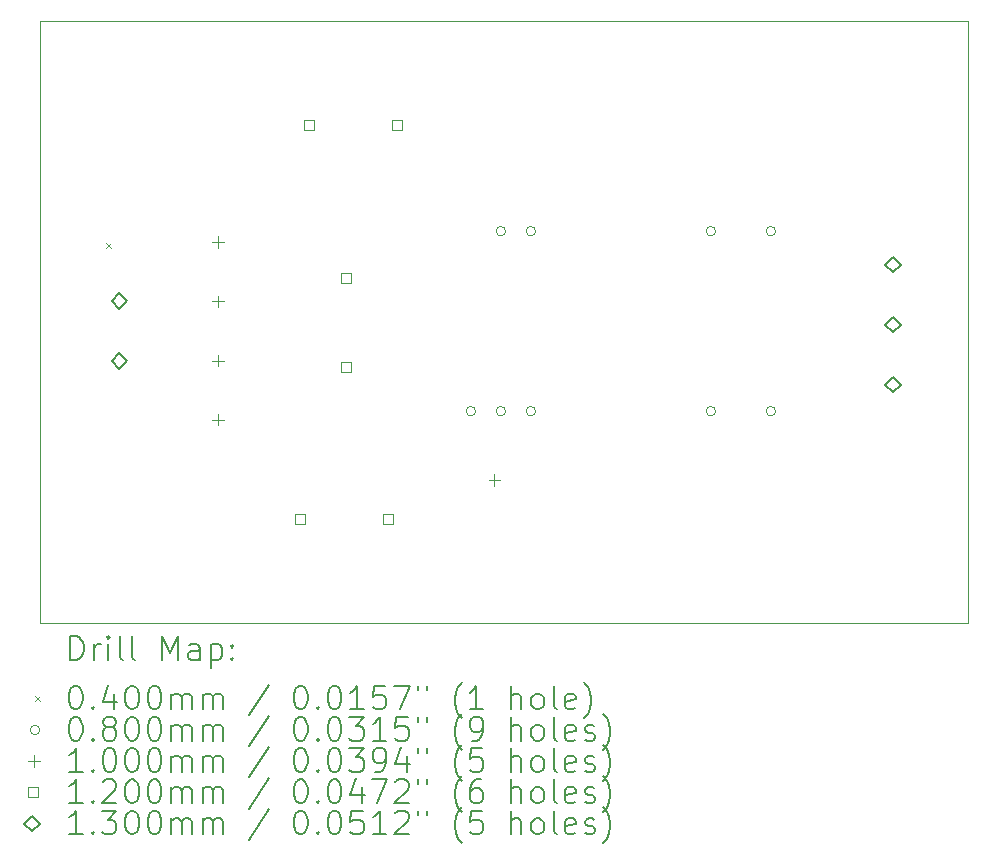
<source format=gbr>
%FSLAX45Y45*%
G04 Gerber Fmt 4.5, Leading zero omitted, Abs format (unit mm)*
G04 Created by KiCad (PCBNEW (6.0.6)) date 2022-08-27 12:41:10*
%MOMM*%
%LPD*%
G01*
G04 APERTURE LIST*
%TA.AperFunction,Profile*%
%ADD10C,0.100000*%
%TD*%
%ADD11C,0.200000*%
%ADD12C,0.040000*%
%ADD13C,0.080000*%
%ADD14C,0.100000*%
%ADD15C,0.120000*%
%ADD16C,0.130000*%
G04 APERTURE END LIST*
D10*
X14960000Y-1235000D02*
X15035000Y-1235000D01*
X15035000Y-6330000D02*
X15035000Y-1235000D01*
X7180000Y-1235000D02*
X14960000Y-1235000D01*
X7180000Y-6330000D02*
X7180000Y-1235000D01*
X7180000Y-6330000D02*
X15035000Y-6330000D01*
D11*
D12*
X7740000Y-3120000D02*
X7780000Y-3160000D01*
X7780000Y-3120000D02*
X7740000Y-3160000D01*
D13*
X10865000Y-4540000D02*
G75*
G03*
X10865000Y-4540000I-40000J0D01*
G01*
X11119000Y-3016000D02*
G75*
G03*
X11119000Y-3016000I-40000J0D01*
G01*
X11119000Y-4540000D02*
G75*
G03*
X11119000Y-4540000I-40000J0D01*
G01*
X11373000Y-3016000D02*
G75*
G03*
X11373000Y-3016000I-40000J0D01*
G01*
X11373000Y-4540000D02*
G75*
G03*
X11373000Y-4540000I-40000J0D01*
G01*
X12897000Y-3016000D02*
G75*
G03*
X12897000Y-3016000I-40000J0D01*
G01*
X12897000Y-4540000D02*
G75*
G03*
X12897000Y-4540000I-40000J0D01*
G01*
X13405000Y-3016000D02*
G75*
G03*
X13405000Y-3016000I-40000J0D01*
G01*
X13405000Y-4540000D02*
G75*
G03*
X13405000Y-4540000I-40000J0D01*
G01*
D14*
X8686750Y-3060750D02*
X8686750Y-3160750D01*
X8636750Y-3110750D02*
X8736750Y-3110750D01*
X8686750Y-3560750D02*
X8686750Y-3660750D01*
X8636750Y-3610750D02*
X8736750Y-3610750D01*
X8686750Y-4060750D02*
X8686750Y-4160750D01*
X8636750Y-4110750D02*
X8736750Y-4110750D01*
X8686750Y-4560750D02*
X8686750Y-4660750D01*
X8636750Y-4610750D02*
X8736750Y-4610750D01*
X11025000Y-5075000D02*
X11025000Y-5175000D01*
X10975000Y-5125000D02*
X11075000Y-5125000D01*
D15*
X9417427Y-5497427D02*
X9417427Y-5412573D01*
X9332573Y-5412573D01*
X9332573Y-5497427D01*
X9417427Y-5497427D01*
X9496151Y-2162427D02*
X9496151Y-2077573D01*
X9411298Y-2077573D01*
X9411298Y-2162427D01*
X9496151Y-2162427D01*
X9812427Y-3456151D02*
X9812427Y-3371298D01*
X9727573Y-3371298D01*
X9727573Y-3456151D01*
X9812427Y-3456151D01*
X9812427Y-4206151D02*
X9812427Y-4121298D01*
X9727573Y-4121298D01*
X9727573Y-4206151D01*
X9812427Y-4206151D01*
X10167427Y-5497427D02*
X10167427Y-5412573D01*
X10082573Y-5412573D01*
X10082573Y-5497427D01*
X10167427Y-5497427D01*
X10246151Y-2162427D02*
X10246151Y-2077573D01*
X10161298Y-2077573D01*
X10161298Y-2162427D01*
X10246151Y-2162427D01*
D16*
X7849500Y-3670500D02*
X7914500Y-3605500D01*
X7849500Y-3540500D01*
X7784500Y-3605500D01*
X7849500Y-3670500D01*
X7849500Y-4178500D02*
X7914500Y-4113500D01*
X7849500Y-4048500D01*
X7784500Y-4113500D01*
X7849500Y-4178500D01*
X14400000Y-3365000D02*
X14465000Y-3300000D01*
X14400000Y-3235000D01*
X14335000Y-3300000D01*
X14400000Y-3365000D01*
X14400000Y-3873000D02*
X14465000Y-3808000D01*
X14400000Y-3743000D01*
X14335000Y-3808000D01*
X14400000Y-3873000D01*
X14400000Y-4381000D02*
X14465000Y-4316000D01*
X14400000Y-4251000D01*
X14335000Y-4316000D01*
X14400000Y-4381000D01*
D11*
X7432619Y-6645476D02*
X7432619Y-6445476D01*
X7480238Y-6445476D01*
X7508809Y-6455000D01*
X7527857Y-6474048D01*
X7537381Y-6493095D01*
X7546905Y-6531190D01*
X7546905Y-6559762D01*
X7537381Y-6597857D01*
X7527857Y-6616905D01*
X7508809Y-6635952D01*
X7480238Y-6645476D01*
X7432619Y-6645476D01*
X7632619Y-6645476D02*
X7632619Y-6512143D01*
X7632619Y-6550238D02*
X7642143Y-6531190D01*
X7651667Y-6521667D01*
X7670714Y-6512143D01*
X7689762Y-6512143D01*
X7756428Y-6645476D02*
X7756428Y-6512143D01*
X7756428Y-6445476D02*
X7746905Y-6455000D01*
X7756428Y-6464524D01*
X7765952Y-6455000D01*
X7756428Y-6445476D01*
X7756428Y-6464524D01*
X7880238Y-6645476D02*
X7861190Y-6635952D01*
X7851667Y-6616905D01*
X7851667Y-6445476D01*
X7985000Y-6645476D02*
X7965952Y-6635952D01*
X7956428Y-6616905D01*
X7956428Y-6445476D01*
X8213571Y-6645476D02*
X8213571Y-6445476D01*
X8280238Y-6588333D01*
X8346905Y-6445476D01*
X8346905Y-6645476D01*
X8527857Y-6645476D02*
X8527857Y-6540714D01*
X8518333Y-6521667D01*
X8499286Y-6512143D01*
X8461190Y-6512143D01*
X8442143Y-6521667D01*
X8527857Y-6635952D02*
X8508810Y-6645476D01*
X8461190Y-6645476D01*
X8442143Y-6635952D01*
X8432619Y-6616905D01*
X8432619Y-6597857D01*
X8442143Y-6578809D01*
X8461190Y-6569286D01*
X8508810Y-6569286D01*
X8527857Y-6559762D01*
X8623095Y-6512143D02*
X8623095Y-6712143D01*
X8623095Y-6521667D02*
X8642143Y-6512143D01*
X8680238Y-6512143D01*
X8699286Y-6521667D01*
X8708810Y-6531190D01*
X8718333Y-6550238D01*
X8718333Y-6607381D01*
X8708810Y-6626428D01*
X8699286Y-6635952D01*
X8680238Y-6645476D01*
X8642143Y-6645476D01*
X8623095Y-6635952D01*
X8804048Y-6626428D02*
X8813571Y-6635952D01*
X8804048Y-6645476D01*
X8794524Y-6635952D01*
X8804048Y-6626428D01*
X8804048Y-6645476D01*
X8804048Y-6521667D02*
X8813571Y-6531190D01*
X8804048Y-6540714D01*
X8794524Y-6531190D01*
X8804048Y-6521667D01*
X8804048Y-6540714D01*
D12*
X7135000Y-6955000D02*
X7175000Y-6995000D01*
X7175000Y-6955000D02*
X7135000Y-6995000D01*
D11*
X7470714Y-6865476D02*
X7489762Y-6865476D01*
X7508809Y-6875000D01*
X7518333Y-6884524D01*
X7527857Y-6903571D01*
X7537381Y-6941667D01*
X7537381Y-6989286D01*
X7527857Y-7027381D01*
X7518333Y-7046428D01*
X7508809Y-7055952D01*
X7489762Y-7065476D01*
X7470714Y-7065476D01*
X7451667Y-7055952D01*
X7442143Y-7046428D01*
X7432619Y-7027381D01*
X7423095Y-6989286D01*
X7423095Y-6941667D01*
X7432619Y-6903571D01*
X7442143Y-6884524D01*
X7451667Y-6875000D01*
X7470714Y-6865476D01*
X7623095Y-7046428D02*
X7632619Y-7055952D01*
X7623095Y-7065476D01*
X7613571Y-7055952D01*
X7623095Y-7046428D01*
X7623095Y-7065476D01*
X7804048Y-6932143D02*
X7804048Y-7065476D01*
X7756428Y-6855952D02*
X7708809Y-6998809D01*
X7832619Y-6998809D01*
X7946905Y-6865476D02*
X7965952Y-6865476D01*
X7985000Y-6875000D01*
X7994524Y-6884524D01*
X8004048Y-6903571D01*
X8013571Y-6941667D01*
X8013571Y-6989286D01*
X8004048Y-7027381D01*
X7994524Y-7046428D01*
X7985000Y-7055952D01*
X7965952Y-7065476D01*
X7946905Y-7065476D01*
X7927857Y-7055952D01*
X7918333Y-7046428D01*
X7908809Y-7027381D01*
X7899286Y-6989286D01*
X7899286Y-6941667D01*
X7908809Y-6903571D01*
X7918333Y-6884524D01*
X7927857Y-6875000D01*
X7946905Y-6865476D01*
X8137381Y-6865476D02*
X8156428Y-6865476D01*
X8175476Y-6875000D01*
X8185000Y-6884524D01*
X8194524Y-6903571D01*
X8204048Y-6941667D01*
X8204048Y-6989286D01*
X8194524Y-7027381D01*
X8185000Y-7046428D01*
X8175476Y-7055952D01*
X8156428Y-7065476D01*
X8137381Y-7065476D01*
X8118333Y-7055952D01*
X8108809Y-7046428D01*
X8099286Y-7027381D01*
X8089762Y-6989286D01*
X8089762Y-6941667D01*
X8099286Y-6903571D01*
X8108809Y-6884524D01*
X8118333Y-6875000D01*
X8137381Y-6865476D01*
X8289762Y-7065476D02*
X8289762Y-6932143D01*
X8289762Y-6951190D02*
X8299286Y-6941667D01*
X8318333Y-6932143D01*
X8346905Y-6932143D01*
X8365952Y-6941667D01*
X8375476Y-6960714D01*
X8375476Y-7065476D01*
X8375476Y-6960714D02*
X8385000Y-6941667D01*
X8404048Y-6932143D01*
X8432619Y-6932143D01*
X8451667Y-6941667D01*
X8461190Y-6960714D01*
X8461190Y-7065476D01*
X8556429Y-7065476D02*
X8556429Y-6932143D01*
X8556429Y-6951190D02*
X8565952Y-6941667D01*
X8585000Y-6932143D01*
X8613571Y-6932143D01*
X8632619Y-6941667D01*
X8642143Y-6960714D01*
X8642143Y-7065476D01*
X8642143Y-6960714D02*
X8651667Y-6941667D01*
X8670714Y-6932143D01*
X8699286Y-6932143D01*
X8718333Y-6941667D01*
X8727857Y-6960714D01*
X8727857Y-7065476D01*
X9118333Y-6855952D02*
X8946905Y-7113095D01*
X9375476Y-6865476D02*
X9394524Y-6865476D01*
X9413571Y-6875000D01*
X9423095Y-6884524D01*
X9432619Y-6903571D01*
X9442143Y-6941667D01*
X9442143Y-6989286D01*
X9432619Y-7027381D01*
X9423095Y-7046428D01*
X9413571Y-7055952D01*
X9394524Y-7065476D01*
X9375476Y-7065476D01*
X9356429Y-7055952D01*
X9346905Y-7046428D01*
X9337381Y-7027381D01*
X9327857Y-6989286D01*
X9327857Y-6941667D01*
X9337381Y-6903571D01*
X9346905Y-6884524D01*
X9356429Y-6875000D01*
X9375476Y-6865476D01*
X9527857Y-7046428D02*
X9537381Y-7055952D01*
X9527857Y-7065476D01*
X9518333Y-7055952D01*
X9527857Y-7046428D01*
X9527857Y-7065476D01*
X9661190Y-6865476D02*
X9680238Y-6865476D01*
X9699286Y-6875000D01*
X9708810Y-6884524D01*
X9718333Y-6903571D01*
X9727857Y-6941667D01*
X9727857Y-6989286D01*
X9718333Y-7027381D01*
X9708810Y-7046428D01*
X9699286Y-7055952D01*
X9680238Y-7065476D01*
X9661190Y-7065476D01*
X9642143Y-7055952D01*
X9632619Y-7046428D01*
X9623095Y-7027381D01*
X9613571Y-6989286D01*
X9613571Y-6941667D01*
X9623095Y-6903571D01*
X9632619Y-6884524D01*
X9642143Y-6875000D01*
X9661190Y-6865476D01*
X9918333Y-7065476D02*
X9804048Y-7065476D01*
X9861190Y-7065476D02*
X9861190Y-6865476D01*
X9842143Y-6894048D01*
X9823095Y-6913095D01*
X9804048Y-6922619D01*
X10099286Y-6865476D02*
X10004048Y-6865476D01*
X9994524Y-6960714D01*
X10004048Y-6951190D01*
X10023095Y-6941667D01*
X10070714Y-6941667D01*
X10089762Y-6951190D01*
X10099286Y-6960714D01*
X10108810Y-6979762D01*
X10108810Y-7027381D01*
X10099286Y-7046428D01*
X10089762Y-7055952D01*
X10070714Y-7065476D01*
X10023095Y-7065476D01*
X10004048Y-7055952D01*
X9994524Y-7046428D01*
X10175476Y-6865476D02*
X10308810Y-6865476D01*
X10223095Y-7065476D01*
X10375476Y-6865476D02*
X10375476Y-6903571D01*
X10451667Y-6865476D02*
X10451667Y-6903571D01*
X10746905Y-7141667D02*
X10737381Y-7132143D01*
X10718333Y-7103571D01*
X10708810Y-7084524D01*
X10699286Y-7055952D01*
X10689762Y-7008333D01*
X10689762Y-6970238D01*
X10699286Y-6922619D01*
X10708810Y-6894048D01*
X10718333Y-6875000D01*
X10737381Y-6846428D01*
X10746905Y-6836905D01*
X10927857Y-7065476D02*
X10813571Y-7065476D01*
X10870714Y-7065476D02*
X10870714Y-6865476D01*
X10851667Y-6894048D01*
X10832619Y-6913095D01*
X10813571Y-6922619D01*
X11165952Y-7065476D02*
X11165952Y-6865476D01*
X11251667Y-7065476D02*
X11251667Y-6960714D01*
X11242143Y-6941667D01*
X11223095Y-6932143D01*
X11194524Y-6932143D01*
X11175476Y-6941667D01*
X11165952Y-6951190D01*
X11375476Y-7065476D02*
X11356428Y-7055952D01*
X11346905Y-7046428D01*
X11337381Y-7027381D01*
X11337381Y-6970238D01*
X11346905Y-6951190D01*
X11356428Y-6941667D01*
X11375476Y-6932143D01*
X11404048Y-6932143D01*
X11423095Y-6941667D01*
X11432619Y-6951190D01*
X11442143Y-6970238D01*
X11442143Y-7027381D01*
X11432619Y-7046428D01*
X11423095Y-7055952D01*
X11404048Y-7065476D01*
X11375476Y-7065476D01*
X11556428Y-7065476D02*
X11537381Y-7055952D01*
X11527857Y-7036905D01*
X11527857Y-6865476D01*
X11708809Y-7055952D02*
X11689762Y-7065476D01*
X11651667Y-7065476D01*
X11632619Y-7055952D01*
X11623095Y-7036905D01*
X11623095Y-6960714D01*
X11632619Y-6941667D01*
X11651667Y-6932143D01*
X11689762Y-6932143D01*
X11708809Y-6941667D01*
X11718333Y-6960714D01*
X11718333Y-6979762D01*
X11623095Y-6998809D01*
X11785000Y-7141667D02*
X11794524Y-7132143D01*
X11813571Y-7103571D01*
X11823095Y-7084524D01*
X11832619Y-7055952D01*
X11842143Y-7008333D01*
X11842143Y-6970238D01*
X11832619Y-6922619D01*
X11823095Y-6894048D01*
X11813571Y-6875000D01*
X11794524Y-6846428D01*
X11785000Y-6836905D01*
D13*
X7175000Y-7239000D02*
G75*
G03*
X7175000Y-7239000I-40000J0D01*
G01*
D11*
X7470714Y-7129476D02*
X7489762Y-7129476D01*
X7508809Y-7139000D01*
X7518333Y-7148524D01*
X7527857Y-7167571D01*
X7537381Y-7205667D01*
X7537381Y-7253286D01*
X7527857Y-7291381D01*
X7518333Y-7310428D01*
X7508809Y-7319952D01*
X7489762Y-7329476D01*
X7470714Y-7329476D01*
X7451667Y-7319952D01*
X7442143Y-7310428D01*
X7432619Y-7291381D01*
X7423095Y-7253286D01*
X7423095Y-7205667D01*
X7432619Y-7167571D01*
X7442143Y-7148524D01*
X7451667Y-7139000D01*
X7470714Y-7129476D01*
X7623095Y-7310428D02*
X7632619Y-7319952D01*
X7623095Y-7329476D01*
X7613571Y-7319952D01*
X7623095Y-7310428D01*
X7623095Y-7329476D01*
X7746905Y-7215190D02*
X7727857Y-7205667D01*
X7718333Y-7196143D01*
X7708809Y-7177095D01*
X7708809Y-7167571D01*
X7718333Y-7148524D01*
X7727857Y-7139000D01*
X7746905Y-7129476D01*
X7785000Y-7129476D01*
X7804048Y-7139000D01*
X7813571Y-7148524D01*
X7823095Y-7167571D01*
X7823095Y-7177095D01*
X7813571Y-7196143D01*
X7804048Y-7205667D01*
X7785000Y-7215190D01*
X7746905Y-7215190D01*
X7727857Y-7224714D01*
X7718333Y-7234238D01*
X7708809Y-7253286D01*
X7708809Y-7291381D01*
X7718333Y-7310428D01*
X7727857Y-7319952D01*
X7746905Y-7329476D01*
X7785000Y-7329476D01*
X7804048Y-7319952D01*
X7813571Y-7310428D01*
X7823095Y-7291381D01*
X7823095Y-7253286D01*
X7813571Y-7234238D01*
X7804048Y-7224714D01*
X7785000Y-7215190D01*
X7946905Y-7129476D02*
X7965952Y-7129476D01*
X7985000Y-7139000D01*
X7994524Y-7148524D01*
X8004048Y-7167571D01*
X8013571Y-7205667D01*
X8013571Y-7253286D01*
X8004048Y-7291381D01*
X7994524Y-7310428D01*
X7985000Y-7319952D01*
X7965952Y-7329476D01*
X7946905Y-7329476D01*
X7927857Y-7319952D01*
X7918333Y-7310428D01*
X7908809Y-7291381D01*
X7899286Y-7253286D01*
X7899286Y-7205667D01*
X7908809Y-7167571D01*
X7918333Y-7148524D01*
X7927857Y-7139000D01*
X7946905Y-7129476D01*
X8137381Y-7129476D02*
X8156428Y-7129476D01*
X8175476Y-7139000D01*
X8185000Y-7148524D01*
X8194524Y-7167571D01*
X8204048Y-7205667D01*
X8204048Y-7253286D01*
X8194524Y-7291381D01*
X8185000Y-7310428D01*
X8175476Y-7319952D01*
X8156428Y-7329476D01*
X8137381Y-7329476D01*
X8118333Y-7319952D01*
X8108809Y-7310428D01*
X8099286Y-7291381D01*
X8089762Y-7253286D01*
X8089762Y-7205667D01*
X8099286Y-7167571D01*
X8108809Y-7148524D01*
X8118333Y-7139000D01*
X8137381Y-7129476D01*
X8289762Y-7329476D02*
X8289762Y-7196143D01*
X8289762Y-7215190D02*
X8299286Y-7205667D01*
X8318333Y-7196143D01*
X8346905Y-7196143D01*
X8365952Y-7205667D01*
X8375476Y-7224714D01*
X8375476Y-7329476D01*
X8375476Y-7224714D02*
X8385000Y-7205667D01*
X8404048Y-7196143D01*
X8432619Y-7196143D01*
X8451667Y-7205667D01*
X8461190Y-7224714D01*
X8461190Y-7329476D01*
X8556429Y-7329476D02*
X8556429Y-7196143D01*
X8556429Y-7215190D02*
X8565952Y-7205667D01*
X8585000Y-7196143D01*
X8613571Y-7196143D01*
X8632619Y-7205667D01*
X8642143Y-7224714D01*
X8642143Y-7329476D01*
X8642143Y-7224714D02*
X8651667Y-7205667D01*
X8670714Y-7196143D01*
X8699286Y-7196143D01*
X8718333Y-7205667D01*
X8727857Y-7224714D01*
X8727857Y-7329476D01*
X9118333Y-7119952D02*
X8946905Y-7377095D01*
X9375476Y-7129476D02*
X9394524Y-7129476D01*
X9413571Y-7139000D01*
X9423095Y-7148524D01*
X9432619Y-7167571D01*
X9442143Y-7205667D01*
X9442143Y-7253286D01*
X9432619Y-7291381D01*
X9423095Y-7310428D01*
X9413571Y-7319952D01*
X9394524Y-7329476D01*
X9375476Y-7329476D01*
X9356429Y-7319952D01*
X9346905Y-7310428D01*
X9337381Y-7291381D01*
X9327857Y-7253286D01*
X9327857Y-7205667D01*
X9337381Y-7167571D01*
X9346905Y-7148524D01*
X9356429Y-7139000D01*
X9375476Y-7129476D01*
X9527857Y-7310428D02*
X9537381Y-7319952D01*
X9527857Y-7329476D01*
X9518333Y-7319952D01*
X9527857Y-7310428D01*
X9527857Y-7329476D01*
X9661190Y-7129476D02*
X9680238Y-7129476D01*
X9699286Y-7139000D01*
X9708810Y-7148524D01*
X9718333Y-7167571D01*
X9727857Y-7205667D01*
X9727857Y-7253286D01*
X9718333Y-7291381D01*
X9708810Y-7310428D01*
X9699286Y-7319952D01*
X9680238Y-7329476D01*
X9661190Y-7329476D01*
X9642143Y-7319952D01*
X9632619Y-7310428D01*
X9623095Y-7291381D01*
X9613571Y-7253286D01*
X9613571Y-7205667D01*
X9623095Y-7167571D01*
X9632619Y-7148524D01*
X9642143Y-7139000D01*
X9661190Y-7129476D01*
X9794524Y-7129476D02*
X9918333Y-7129476D01*
X9851667Y-7205667D01*
X9880238Y-7205667D01*
X9899286Y-7215190D01*
X9908810Y-7224714D01*
X9918333Y-7243762D01*
X9918333Y-7291381D01*
X9908810Y-7310428D01*
X9899286Y-7319952D01*
X9880238Y-7329476D01*
X9823095Y-7329476D01*
X9804048Y-7319952D01*
X9794524Y-7310428D01*
X10108810Y-7329476D02*
X9994524Y-7329476D01*
X10051667Y-7329476D02*
X10051667Y-7129476D01*
X10032619Y-7158048D01*
X10013571Y-7177095D01*
X9994524Y-7186619D01*
X10289762Y-7129476D02*
X10194524Y-7129476D01*
X10185000Y-7224714D01*
X10194524Y-7215190D01*
X10213571Y-7205667D01*
X10261190Y-7205667D01*
X10280238Y-7215190D01*
X10289762Y-7224714D01*
X10299286Y-7243762D01*
X10299286Y-7291381D01*
X10289762Y-7310428D01*
X10280238Y-7319952D01*
X10261190Y-7329476D01*
X10213571Y-7329476D01*
X10194524Y-7319952D01*
X10185000Y-7310428D01*
X10375476Y-7129476D02*
X10375476Y-7167571D01*
X10451667Y-7129476D02*
X10451667Y-7167571D01*
X10746905Y-7405667D02*
X10737381Y-7396143D01*
X10718333Y-7367571D01*
X10708810Y-7348524D01*
X10699286Y-7319952D01*
X10689762Y-7272333D01*
X10689762Y-7234238D01*
X10699286Y-7186619D01*
X10708810Y-7158048D01*
X10718333Y-7139000D01*
X10737381Y-7110428D01*
X10746905Y-7100905D01*
X10832619Y-7329476D02*
X10870714Y-7329476D01*
X10889762Y-7319952D01*
X10899286Y-7310428D01*
X10918333Y-7281857D01*
X10927857Y-7243762D01*
X10927857Y-7167571D01*
X10918333Y-7148524D01*
X10908810Y-7139000D01*
X10889762Y-7129476D01*
X10851667Y-7129476D01*
X10832619Y-7139000D01*
X10823095Y-7148524D01*
X10813571Y-7167571D01*
X10813571Y-7215190D01*
X10823095Y-7234238D01*
X10832619Y-7243762D01*
X10851667Y-7253286D01*
X10889762Y-7253286D01*
X10908810Y-7243762D01*
X10918333Y-7234238D01*
X10927857Y-7215190D01*
X11165952Y-7329476D02*
X11165952Y-7129476D01*
X11251667Y-7329476D02*
X11251667Y-7224714D01*
X11242143Y-7205667D01*
X11223095Y-7196143D01*
X11194524Y-7196143D01*
X11175476Y-7205667D01*
X11165952Y-7215190D01*
X11375476Y-7329476D02*
X11356428Y-7319952D01*
X11346905Y-7310428D01*
X11337381Y-7291381D01*
X11337381Y-7234238D01*
X11346905Y-7215190D01*
X11356428Y-7205667D01*
X11375476Y-7196143D01*
X11404048Y-7196143D01*
X11423095Y-7205667D01*
X11432619Y-7215190D01*
X11442143Y-7234238D01*
X11442143Y-7291381D01*
X11432619Y-7310428D01*
X11423095Y-7319952D01*
X11404048Y-7329476D01*
X11375476Y-7329476D01*
X11556428Y-7329476D02*
X11537381Y-7319952D01*
X11527857Y-7300905D01*
X11527857Y-7129476D01*
X11708809Y-7319952D02*
X11689762Y-7329476D01*
X11651667Y-7329476D01*
X11632619Y-7319952D01*
X11623095Y-7300905D01*
X11623095Y-7224714D01*
X11632619Y-7205667D01*
X11651667Y-7196143D01*
X11689762Y-7196143D01*
X11708809Y-7205667D01*
X11718333Y-7224714D01*
X11718333Y-7243762D01*
X11623095Y-7262809D01*
X11794524Y-7319952D02*
X11813571Y-7329476D01*
X11851667Y-7329476D01*
X11870714Y-7319952D01*
X11880238Y-7300905D01*
X11880238Y-7291381D01*
X11870714Y-7272333D01*
X11851667Y-7262809D01*
X11823095Y-7262809D01*
X11804048Y-7253286D01*
X11794524Y-7234238D01*
X11794524Y-7224714D01*
X11804048Y-7205667D01*
X11823095Y-7196143D01*
X11851667Y-7196143D01*
X11870714Y-7205667D01*
X11946905Y-7405667D02*
X11956428Y-7396143D01*
X11975476Y-7367571D01*
X11985000Y-7348524D01*
X11994524Y-7319952D01*
X12004048Y-7272333D01*
X12004048Y-7234238D01*
X11994524Y-7186619D01*
X11985000Y-7158048D01*
X11975476Y-7139000D01*
X11956428Y-7110428D01*
X11946905Y-7100905D01*
D14*
X7125000Y-7453000D02*
X7125000Y-7553000D01*
X7075000Y-7503000D02*
X7175000Y-7503000D01*
D11*
X7537381Y-7593476D02*
X7423095Y-7593476D01*
X7480238Y-7593476D02*
X7480238Y-7393476D01*
X7461190Y-7422048D01*
X7442143Y-7441095D01*
X7423095Y-7450619D01*
X7623095Y-7574428D02*
X7632619Y-7583952D01*
X7623095Y-7593476D01*
X7613571Y-7583952D01*
X7623095Y-7574428D01*
X7623095Y-7593476D01*
X7756428Y-7393476D02*
X7775476Y-7393476D01*
X7794524Y-7403000D01*
X7804048Y-7412524D01*
X7813571Y-7431571D01*
X7823095Y-7469667D01*
X7823095Y-7517286D01*
X7813571Y-7555381D01*
X7804048Y-7574428D01*
X7794524Y-7583952D01*
X7775476Y-7593476D01*
X7756428Y-7593476D01*
X7737381Y-7583952D01*
X7727857Y-7574428D01*
X7718333Y-7555381D01*
X7708809Y-7517286D01*
X7708809Y-7469667D01*
X7718333Y-7431571D01*
X7727857Y-7412524D01*
X7737381Y-7403000D01*
X7756428Y-7393476D01*
X7946905Y-7393476D02*
X7965952Y-7393476D01*
X7985000Y-7403000D01*
X7994524Y-7412524D01*
X8004048Y-7431571D01*
X8013571Y-7469667D01*
X8013571Y-7517286D01*
X8004048Y-7555381D01*
X7994524Y-7574428D01*
X7985000Y-7583952D01*
X7965952Y-7593476D01*
X7946905Y-7593476D01*
X7927857Y-7583952D01*
X7918333Y-7574428D01*
X7908809Y-7555381D01*
X7899286Y-7517286D01*
X7899286Y-7469667D01*
X7908809Y-7431571D01*
X7918333Y-7412524D01*
X7927857Y-7403000D01*
X7946905Y-7393476D01*
X8137381Y-7393476D02*
X8156428Y-7393476D01*
X8175476Y-7403000D01*
X8185000Y-7412524D01*
X8194524Y-7431571D01*
X8204048Y-7469667D01*
X8204048Y-7517286D01*
X8194524Y-7555381D01*
X8185000Y-7574428D01*
X8175476Y-7583952D01*
X8156428Y-7593476D01*
X8137381Y-7593476D01*
X8118333Y-7583952D01*
X8108809Y-7574428D01*
X8099286Y-7555381D01*
X8089762Y-7517286D01*
X8089762Y-7469667D01*
X8099286Y-7431571D01*
X8108809Y-7412524D01*
X8118333Y-7403000D01*
X8137381Y-7393476D01*
X8289762Y-7593476D02*
X8289762Y-7460143D01*
X8289762Y-7479190D02*
X8299286Y-7469667D01*
X8318333Y-7460143D01*
X8346905Y-7460143D01*
X8365952Y-7469667D01*
X8375476Y-7488714D01*
X8375476Y-7593476D01*
X8375476Y-7488714D02*
X8385000Y-7469667D01*
X8404048Y-7460143D01*
X8432619Y-7460143D01*
X8451667Y-7469667D01*
X8461190Y-7488714D01*
X8461190Y-7593476D01*
X8556429Y-7593476D02*
X8556429Y-7460143D01*
X8556429Y-7479190D02*
X8565952Y-7469667D01*
X8585000Y-7460143D01*
X8613571Y-7460143D01*
X8632619Y-7469667D01*
X8642143Y-7488714D01*
X8642143Y-7593476D01*
X8642143Y-7488714D02*
X8651667Y-7469667D01*
X8670714Y-7460143D01*
X8699286Y-7460143D01*
X8718333Y-7469667D01*
X8727857Y-7488714D01*
X8727857Y-7593476D01*
X9118333Y-7383952D02*
X8946905Y-7641095D01*
X9375476Y-7393476D02*
X9394524Y-7393476D01*
X9413571Y-7403000D01*
X9423095Y-7412524D01*
X9432619Y-7431571D01*
X9442143Y-7469667D01*
X9442143Y-7517286D01*
X9432619Y-7555381D01*
X9423095Y-7574428D01*
X9413571Y-7583952D01*
X9394524Y-7593476D01*
X9375476Y-7593476D01*
X9356429Y-7583952D01*
X9346905Y-7574428D01*
X9337381Y-7555381D01*
X9327857Y-7517286D01*
X9327857Y-7469667D01*
X9337381Y-7431571D01*
X9346905Y-7412524D01*
X9356429Y-7403000D01*
X9375476Y-7393476D01*
X9527857Y-7574428D02*
X9537381Y-7583952D01*
X9527857Y-7593476D01*
X9518333Y-7583952D01*
X9527857Y-7574428D01*
X9527857Y-7593476D01*
X9661190Y-7393476D02*
X9680238Y-7393476D01*
X9699286Y-7403000D01*
X9708810Y-7412524D01*
X9718333Y-7431571D01*
X9727857Y-7469667D01*
X9727857Y-7517286D01*
X9718333Y-7555381D01*
X9708810Y-7574428D01*
X9699286Y-7583952D01*
X9680238Y-7593476D01*
X9661190Y-7593476D01*
X9642143Y-7583952D01*
X9632619Y-7574428D01*
X9623095Y-7555381D01*
X9613571Y-7517286D01*
X9613571Y-7469667D01*
X9623095Y-7431571D01*
X9632619Y-7412524D01*
X9642143Y-7403000D01*
X9661190Y-7393476D01*
X9794524Y-7393476D02*
X9918333Y-7393476D01*
X9851667Y-7469667D01*
X9880238Y-7469667D01*
X9899286Y-7479190D01*
X9908810Y-7488714D01*
X9918333Y-7507762D01*
X9918333Y-7555381D01*
X9908810Y-7574428D01*
X9899286Y-7583952D01*
X9880238Y-7593476D01*
X9823095Y-7593476D01*
X9804048Y-7583952D01*
X9794524Y-7574428D01*
X10013571Y-7593476D02*
X10051667Y-7593476D01*
X10070714Y-7583952D01*
X10080238Y-7574428D01*
X10099286Y-7545857D01*
X10108810Y-7507762D01*
X10108810Y-7431571D01*
X10099286Y-7412524D01*
X10089762Y-7403000D01*
X10070714Y-7393476D01*
X10032619Y-7393476D01*
X10013571Y-7403000D01*
X10004048Y-7412524D01*
X9994524Y-7431571D01*
X9994524Y-7479190D01*
X10004048Y-7498238D01*
X10013571Y-7507762D01*
X10032619Y-7517286D01*
X10070714Y-7517286D01*
X10089762Y-7507762D01*
X10099286Y-7498238D01*
X10108810Y-7479190D01*
X10280238Y-7460143D02*
X10280238Y-7593476D01*
X10232619Y-7383952D02*
X10185000Y-7526809D01*
X10308810Y-7526809D01*
X10375476Y-7393476D02*
X10375476Y-7431571D01*
X10451667Y-7393476D02*
X10451667Y-7431571D01*
X10746905Y-7669667D02*
X10737381Y-7660143D01*
X10718333Y-7631571D01*
X10708810Y-7612524D01*
X10699286Y-7583952D01*
X10689762Y-7536333D01*
X10689762Y-7498238D01*
X10699286Y-7450619D01*
X10708810Y-7422048D01*
X10718333Y-7403000D01*
X10737381Y-7374428D01*
X10746905Y-7364905D01*
X10918333Y-7393476D02*
X10823095Y-7393476D01*
X10813571Y-7488714D01*
X10823095Y-7479190D01*
X10842143Y-7469667D01*
X10889762Y-7469667D01*
X10908810Y-7479190D01*
X10918333Y-7488714D01*
X10927857Y-7507762D01*
X10927857Y-7555381D01*
X10918333Y-7574428D01*
X10908810Y-7583952D01*
X10889762Y-7593476D01*
X10842143Y-7593476D01*
X10823095Y-7583952D01*
X10813571Y-7574428D01*
X11165952Y-7593476D02*
X11165952Y-7393476D01*
X11251667Y-7593476D02*
X11251667Y-7488714D01*
X11242143Y-7469667D01*
X11223095Y-7460143D01*
X11194524Y-7460143D01*
X11175476Y-7469667D01*
X11165952Y-7479190D01*
X11375476Y-7593476D02*
X11356428Y-7583952D01*
X11346905Y-7574428D01*
X11337381Y-7555381D01*
X11337381Y-7498238D01*
X11346905Y-7479190D01*
X11356428Y-7469667D01*
X11375476Y-7460143D01*
X11404048Y-7460143D01*
X11423095Y-7469667D01*
X11432619Y-7479190D01*
X11442143Y-7498238D01*
X11442143Y-7555381D01*
X11432619Y-7574428D01*
X11423095Y-7583952D01*
X11404048Y-7593476D01*
X11375476Y-7593476D01*
X11556428Y-7593476D02*
X11537381Y-7583952D01*
X11527857Y-7564905D01*
X11527857Y-7393476D01*
X11708809Y-7583952D02*
X11689762Y-7593476D01*
X11651667Y-7593476D01*
X11632619Y-7583952D01*
X11623095Y-7564905D01*
X11623095Y-7488714D01*
X11632619Y-7469667D01*
X11651667Y-7460143D01*
X11689762Y-7460143D01*
X11708809Y-7469667D01*
X11718333Y-7488714D01*
X11718333Y-7507762D01*
X11623095Y-7526809D01*
X11794524Y-7583952D02*
X11813571Y-7593476D01*
X11851667Y-7593476D01*
X11870714Y-7583952D01*
X11880238Y-7564905D01*
X11880238Y-7555381D01*
X11870714Y-7536333D01*
X11851667Y-7526809D01*
X11823095Y-7526809D01*
X11804048Y-7517286D01*
X11794524Y-7498238D01*
X11794524Y-7488714D01*
X11804048Y-7469667D01*
X11823095Y-7460143D01*
X11851667Y-7460143D01*
X11870714Y-7469667D01*
X11946905Y-7669667D02*
X11956428Y-7660143D01*
X11975476Y-7631571D01*
X11985000Y-7612524D01*
X11994524Y-7583952D01*
X12004048Y-7536333D01*
X12004048Y-7498238D01*
X11994524Y-7450619D01*
X11985000Y-7422048D01*
X11975476Y-7403000D01*
X11956428Y-7374428D01*
X11946905Y-7364905D01*
D15*
X7157427Y-7809427D02*
X7157427Y-7724573D01*
X7072573Y-7724573D01*
X7072573Y-7809427D01*
X7157427Y-7809427D01*
D11*
X7537381Y-7857476D02*
X7423095Y-7857476D01*
X7480238Y-7857476D02*
X7480238Y-7657476D01*
X7461190Y-7686048D01*
X7442143Y-7705095D01*
X7423095Y-7714619D01*
X7623095Y-7838428D02*
X7632619Y-7847952D01*
X7623095Y-7857476D01*
X7613571Y-7847952D01*
X7623095Y-7838428D01*
X7623095Y-7857476D01*
X7708809Y-7676524D02*
X7718333Y-7667000D01*
X7737381Y-7657476D01*
X7785000Y-7657476D01*
X7804048Y-7667000D01*
X7813571Y-7676524D01*
X7823095Y-7695571D01*
X7823095Y-7714619D01*
X7813571Y-7743190D01*
X7699286Y-7857476D01*
X7823095Y-7857476D01*
X7946905Y-7657476D02*
X7965952Y-7657476D01*
X7985000Y-7667000D01*
X7994524Y-7676524D01*
X8004048Y-7695571D01*
X8013571Y-7733667D01*
X8013571Y-7781286D01*
X8004048Y-7819381D01*
X7994524Y-7838428D01*
X7985000Y-7847952D01*
X7965952Y-7857476D01*
X7946905Y-7857476D01*
X7927857Y-7847952D01*
X7918333Y-7838428D01*
X7908809Y-7819381D01*
X7899286Y-7781286D01*
X7899286Y-7733667D01*
X7908809Y-7695571D01*
X7918333Y-7676524D01*
X7927857Y-7667000D01*
X7946905Y-7657476D01*
X8137381Y-7657476D02*
X8156428Y-7657476D01*
X8175476Y-7667000D01*
X8185000Y-7676524D01*
X8194524Y-7695571D01*
X8204048Y-7733667D01*
X8204048Y-7781286D01*
X8194524Y-7819381D01*
X8185000Y-7838428D01*
X8175476Y-7847952D01*
X8156428Y-7857476D01*
X8137381Y-7857476D01*
X8118333Y-7847952D01*
X8108809Y-7838428D01*
X8099286Y-7819381D01*
X8089762Y-7781286D01*
X8089762Y-7733667D01*
X8099286Y-7695571D01*
X8108809Y-7676524D01*
X8118333Y-7667000D01*
X8137381Y-7657476D01*
X8289762Y-7857476D02*
X8289762Y-7724143D01*
X8289762Y-7743190D02*
X8299286Y-7733667D01*
X8318333Y-7724143D01*
X8346905Y-7724143D01*
X8365952Y-7733667D01*
X8375476Y-7752714D01*
X8375476Y-7857476D01*
X8375476Y-7752714D02*
X8385000Y-7733667D01*
X8404048Y-7724143D01*
X8432619Y-7724143D01*
X8451667Y-7733667D01*
X8461190Y-7752714D01*
X8461190Y-7857476D01*
X8556429Y-7857476D02*
X8556429Y-7724143D01*
X8556429Y-7743190D02*
X8565952Y-7733667D01*
X8585000Y-7724143D01*
X8613571Y-7724143D01*
X8632619Y-7733667D01*
X8642143Y-7752714D01*
X8642143Y-7857476D01*
X8642143Y-7752714D02*
X8651667Y-7733667D01*
X8670714Y-7724143D01*
X8699286Y-7724143D01*
X8718333Y-7733667D01*
X8727857Y-7752714D01*
X8727857Y-7857476D01*
X9118333Y-7647952D02*
X8946905Y-7905095D01*
X9375476Y-7657476D02*
X9394524Y-7657476D01*
X9413571Y-7667000D01*
X9423095Y-7676524D01*
X9432619Y-7695571D01*
X9442143Y-7733667D01*
X9442143Y-7781286D01*
X9432619Y-7819381D01*
X9423095Y-7838428D01*
X9413571Y-7847952D01*
X9394524Y-7857476D01*
X9375476Y-7857476D01*
X9356429Y-7847952D01*
X9346905Y-7838428D01*
X9337381Y-7819381D01*
X9327857Y-7781286D01*
X9327857Y-7733667D01*
X9337381Y-7695571D01*
X9346905Y-7676524D01*
X9356429Y-7667000D01*
X9375476Y-7657476D01*
X9527857Y-7838428D02*
X9537381Y-7847952D01*
X9527857Y-7857476D01*
X9518333Y-7847952D01*
X9527857Y-7838428D01*
X9527857Y-7857476D01*
X9661190Y-7657476D02*
X9680238Y-7657476D01*
X9699286Y-7667000D01*
X9708810Y-7676524D01*
X9718333Y-7695571D01*
X9727857Y-7733667D01*
X9727857Y-7781286D01*
X9718333Y-7819381D01*
X9708810Y-7838428D01*
X9699286Y-7847952D01*
X9680238Y-7857476D01*
X9661190Y-7857476D01*
X9642143Y-7847952D01*
X9632619Y-7838428D01*
X9623095Y-7819381D01*
X9613571Y-7781286D01*
X9613571Y-7733667D01*
X9623095Y-7695571D01*
X9632619Y-7676524D01*
X9642143Y-7667000D01*
X9661190Y-7657476D01*
X9899286Y-7724143D02*
X9899286Y-7857476D01*
X9851667Y-7647952D02*
X9804048Y-7790809D01*
X9927857Y-7790809D01*
X9985000Y-7657476D02*
X10118333Y-7657476D01*
X10032619Y-7857476D01*
X10185000Y-7676524D02*
X10194524Y-7667000D01*
X10213571Y-7657476D01*
X10261190Y-7657476D01*
X10280238Y-7667000D01*
X10289762Y-7676524D01*
X10299286Y-7695571D01*
X10299286Y-7714619D01*
X10289762Y-7743190D01*
X10175476Y-7857476D01*
X10299286Y-7857476D01*
X10375476Y-7657476D02*
X10375476Y-7695571D01*
X10451667Y-7657476D02*
X10451667Y-7695571D01*
X10746905Y-7933667D02*
X10737381Y-7924143D01*
X10718333Y-7895571D01*
X10708810Y-7876524D01*
X10699286Y-7847952D01*
X10689762Y-7800333D01*
X10689762Y-7762238D01*
X10699286Y-7714619D01*
X10708810Y-7686048D01*
X10718333Y-7667000D01*
X10737381Y-7638428D01*
X10746905Y-7628905D01*
X10908810Y-7657476D02*
X10870714Y-7657476D01*
X10851667Y-7667000D01*
X10842143Y-7676524D01*
X10823095Y-7705095D01*
X10813571Y-7743190D01*
X10813571Y-7819381D01*
X10823095Y-7838428D01*
X10832619Y-7847952D01*
X10851667Y-7857476D01*
X10889762Y-7857476D01*
X10908810Y-7847952D01*
X10918333Y-7838428D01*
X10927857Y-7819381D01*
X10927857Y-7771762D01*
X10918333Y-7752714D01*
X10908810Y-7743190D01*
X10889762Y-7733667D01*
X10851667Y-7733667D01*
X10832619Y-7743190D01*
X10823095Y-7752714D01*
X10813571Y-7771762D01*
X11165952Y-7857476D02*
X11165952Y-7657476D01*
X11251667Y-7857476D02*
X11251667Y-7752714D01*
X11242143Y-7733667D01*
X11223095Y-7724143D01*
X11194524Y-7724143D01*
X11175476Y-7733667D01*
X11165952Y-7743190D01*
X11375476Y-7857476D02*
X11356428Y-7847952D01*
X11346905Y-7838428D01*
X11337381Y-7819381D01*
X11337381Y-7762238D01*
X11346905Y-7743190D01*
X11356428Y-7733667D01*
X11375476Y-7724143D01*
X11404048Y-7724143D01*
X11423095Y-7733667D01*
X11432619Y-7743190D01*
X11442143Y-7762238D01*
X11442143Y-7819381D01*
X11432619Y-7838428D01*
X11423095Y-7847952D01*
X11404048Y-7857476D01*
X11375476Y-7857476D01*
X11556428Y-7857476D02*
X11537381Y-7847952D01*
X11527857Y-7828905D01*
X11527857Y-7657476D01*
X11708809Y-7847952D02*
X11689762Y-7857476D01*
X11651667Y-7857476D01*
X11632619Y-7847952D01*
X11623095Y-7828905D01*
X11623095Y-7752714D01*
X11632619Y-7733667D01*
X11651667Y-7724143D01*
X11689762Y-7724143D01*
X11708809Y-7733667D01*
X11718333Y-7752714D01*
X11718333Y-7771762D01*
X11623095Y-7790809D01*
X11794524Y-7847952D02*
X11813571Y-7857476D01*
X11851667Y-7857476D01*
X11870714Y-7847952D01*
X11880238Y-7828905D01*
X11880238Y-7819381D01*
X11870714Y-7800333D01*
X11851667Y-7790809D01*
X11823095Y-7790809D01*
X11804048Y-7781286D01*
X11794524Y-7762238D01*
X11794524Y-7752714D01*
X11804048Y-7733667D01*
X11823095Y-7724143D01*
X11851667Y-7724143D01*
X11870714Y-7733667D01*
X11946905Y-7933667D02*
X11956428Y-7924143D01*
X11975476Y-7895571D01*
X11985000Y-7876524D01*
X11994524Y-7847952D01*
X12004048Y-7800333D01*
X12004048Y-7762238D01*
X11994524Y-7714619D01*
X11985000Y-7686048D01*
X11975476Y-7667000D01*
X11956428Y-7638428D01*
X11946905Y-7628905D01*
D16*
X7110000Y-8096000D02*
X7175000Y-8031000D01*
X7110000Y-7966000D01*
X7045000Y-8031000D01*
X7110000Y-8096000D01*
D11*
X7537381Y-8121476D02*
X7423095Y-8121476D01*
X7480238Y-8121476D02*
X7480238Y-7921476D01*
X7461190Y-7950048D01*
X7442143Y-7969095D01*
X7423095Y-7978619D01*
X7623095Y-8102428D02*
X7632619Y-8111952D01*
X7623095Y-8121476D01*
X7613571Y-8111952D01*
X7623095Y-8102428D01*
X7623095Y-8121476D01*
X7699286Y-7921476D02*
X7823095Y-7921476D01*
X7756428Y-7997667D01*
X7785000Y-7997667D01*
X7804048Y-8007190D01*
X7813571Y-8016714D01*
X7823095Y-8035762D01*
X7823095Y-8083381D01*
X7813571Y-8102428D01*
X7804048Y-8111952D01*
X7785000Y-8121476D01*
X7727857Y-8121476D01*
X7708809Y-8111952D01*
X7699286Y-8102428D01*
X7946905Y-7921476D02*
X7965952Y-7921476D01*
X7985000Y-7931000D01*
X7994524Y-7940524D01*
X8004048Y-7959571D01*
X8013571Y-7997667D01*
X8013571Y-8045286D01*
X8004048Y-8083381D01*
X7994524Y-8102428D01*
X7985000Y-8111952D01*
X7965952Y-8121476D01*
X7946905Y-8121476D01*
X7927857Y-8111952D01*
X7918333Y-8102428D01*
X7908809Y-8083381D01*
X7899286Y-8045286D01*
X7899286Y-7997667D01*
X7908809Y-7959571D01*
X7918333Y-7940524D01*
X7927857Y-7931000D01*
X7946905Y-7921476D01*
X8137381Y-7921476D02*
X8156428Y-7921476D01*
X8175476Y-7931000D01*
X8185000Y-7940524D01*
X8194524Y-7959571D01*
X8204048Y-7997667D01*
X8204048Y-8045286D01*
X8194524Y-8083381D01*
X8185000Y-8102428D01*
X8175476Y-8111952D01*
X8156428Y-8121476D01*
X8137381Y-8121476D01*
X8118333Y-8111952D01*
X8108809Y-8102428D01*
X8099286Y-8083381D01*
X8089762Y-8045286D01*
X8089762Y-7997667D01*
X8099286Y-7959571D01*
X8108809Y-7940524D01*
X8118333Y-7931000D01*
X8137381Y-7921476D01*
X8289762Y-8121476D02*
X8289762Y-7988143D01*
X8289762Y-8007190D02*
X8299286Y-7997667D01*
X8318333Y-7988143D01*
X8346905Y-7988143D01*
X8365952Y-7997667D01*
X8375476Y-8016714D01*
X8375476Y-8121476D01*
X8375476Y-8016714D02*
X8385000Y-7997667D01*
X8404048Y-7988143D01*
X8432619Y-7988143D01*
X8451667Y-7997667D01*
X8461190Y-8016714D01*
X8461190Y-8121476D01*
X8556429Y-8121476D02*
X8556429Y-7988143D01*
X8556429Y-8007190D02*
X8565952Y-7997667D01*
X8585000Y-7988143D01*
X8613571Y-7988143D01*
X8632619Y-7997667D01*
X8642143Y-8016714D01*
X8642143Y-8121476D01*
X8642143Y-8016714D02*
X8651667Y-7997667D01*
X8670714Y-7988143D01*
X8699286Y-7988143D01*
X8718333Y-7997667D01*
X8727857Y-8016714D01*
X8727857Y-8121476D01*
X9118333Y-7911952D02*
X8946905Y-8169095D01*
X9375476Y-7921476D02*
X9394524Y-7921476D01*
X9413571Y-7931000D01*
X9423095Y-7940524D01*
X9432619Y-7959571D01*
X9442143Y-7997667D01*
X9442143Y-8045286D01*
X9432619Y-8083381D01*
X9423095Y-8102428D01*
X9413571Y-8111952D01*
X9394524Y-8121476D01*
X9375476Y-8121476D01*
X9356429Y-8111952D01*
X9346905Y-8102428D01*
X9337381Y-8083381D01*
X9327857Y-8045286D01*
X9327857Y-7997667D01*
X9337381Y-7959571D01*
X9346905Y-7940524D01*
X9356429Y-7931000D01*
X9375476Y-7921476D01*
X9527857Y-8102428D02*
X9537381Y-8111952D01*
X9527857Y-8121476D01*
X9518333Y-8111952D01*
X9527857Y-8102428D01*
X9527857Y-8121476D01*
X9661190Y-7921476D02*
X9680238Y-7921476D01*
X9699286Y-7931000D01*
X9708810Y-7940524D01*
X9718333Y-7959571D01*
X9727857Y-7997667D01*
X9727857Y-8045286D01*
X9718333Y-8083381D01*
X9708810Y-8102428D01*
X9699286Y-8111952D01*
X9680238Y-8121476D01*
X9661190Y-8121476D01*
X9642143Y-8111952D01*
X9632619Y-8102428D01*
X9623095Y-8083381D01*
X9613571Y-8045286D01*
X9613571Y-7997667D01*
X9623095Y-7959571D01*
X9632619Y-7940524D01*
X9642143Y-7931000D01*
X9661190Y-7921476D01*
X9908810Y-7921476D02*
X9813571Y-7921476D01*
X9804048Y-8016714D01*
X9813571Y-8007190D01*
X9832619Y-7997667D01*
X9880238Y-7997667D01*
X9899286Y-8007190D01*
X9908810Y-8016714D01*
X9918333Y-8035762D01*
X9918333Y-8083381D01*
X9908810Y-8102428D01*
X9899286Y-8111952D01*
X9880238Y-8121476D01*
X9832619Y-8121476D01*
X9813571Y-8111952D01*
X9804048Y-8102428D01*
X10108810Y-8121476D02*
X9994524Y-8121476D01*
X10051667Y-8121476D02*
X10051667Y-7921476D01*
X10032619Y-7950048D01*
X10013571Y-7969095D01*
X9994524Y-7978619D01*
X10185000Y-7940524D02*
X10194524Y-7931000D01*
X10213571Y-7921476D01*
X10261190Y-7921476D01*
X10280238Y-7931000D01*
X10289762Y-7940524D01*
X10299286Y-7959571D01*
X10299286Y-7978619D01*
X10289762Y-8007190D01*
X10175476Y-8121476D01*
X10299286Y-8121476D01*
X10375476Y-7921476D02*
X10375476Y-7959571D01*
X10451667Y-7921476D02*
X10451667Y-7959571D01*
X10746905Y-8197667D02*
X10737381Y-8188143D01*
X10718333Y-8159571D01*
X10708810Y-8140524D01*
X10699286Y-8111952D01*
X10689762Y-8064333D01*
X10689762Y-8026238D01*
X10699286Y-7978619D01*
X10708810Y-7950048D01*
X10718333Y-7931000D01*
X10737381Y-7902428D01*
X10746905Y-7892905D01*
X10918333Y-7921476D02*
X10823095Y-7921476D01*
X10813571Y-8016714D01*
X10823095Y-8007190D01*
X10842143Y-7997667D01*
X10889762Y-7997667D01*
X10908810Y-8007190D01*
X10918333Y-8016714D01*
X10927857Y-8035762D01*
X10927857Y-8083381D01*
X10918333Y-8102428D01*
X10908810Y-8111952D01*
X10889762Y-8121476D01*
X10842143Y-8121476D01*
X10823095Y-8111952D01*
X10813571Y-8102428D01*
X11165952Y-8121476D02*
X11165952Y-7921476D01*
X11251667Y-8121476D02*
X11251667Y-8016714D01*
X11242143Y-7997667D01*
X11223095Y-7988143D01*
X11194524Y-7988143D01*
X11175476Y-7997667D01*
X11165952Y-8007190D01*
X11375476Y-8121476D02*
X11356428Y-8111952D01*
X11346905Y-8102428D01*
X11337381Y-8083381D01*
X11337381Y-8026238D01*
X11346905Y-8007190D01*
X11356428Y-7997667D01*
X11375476Y-7988143D01*
X11404048Y-7988143D01*
X11423095Y-7997667D01*
X11432619Y-8007190D01*
X11442143Y-8026238D01*
X11442143Y-8083381D01*
X11432619Y-8102428D01*
X11423095Y-8111952D01*
X11404048Y-8121476D01*
X11375476Y-8121476D01*
X11556428Y-8121476D02*
X11537381Y-8111952D01*
X11527857Y-8092905D01*
X11527857Y-7921476D01*
X11708809Y-8111952D02*
X11689762Y-8121476D01*
X11651667Y-8121476D01*
X11632619Y-8111952D01*
X11623095Y-8092905D01*
X11623095Y-8016714D01*
X11632619Y-7997667D01*
X11651667Y-7988143D01*
X11689762Y-7988143D01*
X11708809Y-7997667D01*
X11718333Y-8016714D01*
X11718333Y-8035762D01*
X11623095Y-8054809D01*
X11794524Y-8111952D02*
X11813571Y-8121476D01*
X11851667Y-8121476D01*
X11870714Y-8111952D01*
X11880238Y-8092905D01*
X11880238Y-8083381D01*
X11870714Y-8064333D01*
X11851667Y-8054809D01*
X11823095Y-8054809D01*
X11804048Y-8045286D01*
X11794524Y-8026238D01*
X11794524Y-8016714D01*
X11804048Y-7997667D01*
X11823095Y-7988143D01*
X11851667Y-7988143D01*
X11870714Y-7997667D01*
X11946905Y-8197667D02*
X11956428Y-8188143D01*
X11975476Y-8159571D01*
X11985000Y-8140524D01*
X11994524Y-8111952D01*
X12004048Y-8064333D01*
X12004048Y-8026238D01*
X11994524Y-7978619D01*
X11985000Y-7950048D01*
X11975476Y-7931000D01*
X11956428Y-7902428D01*
X11946905Y-7892905D01*
M02*

</source>
